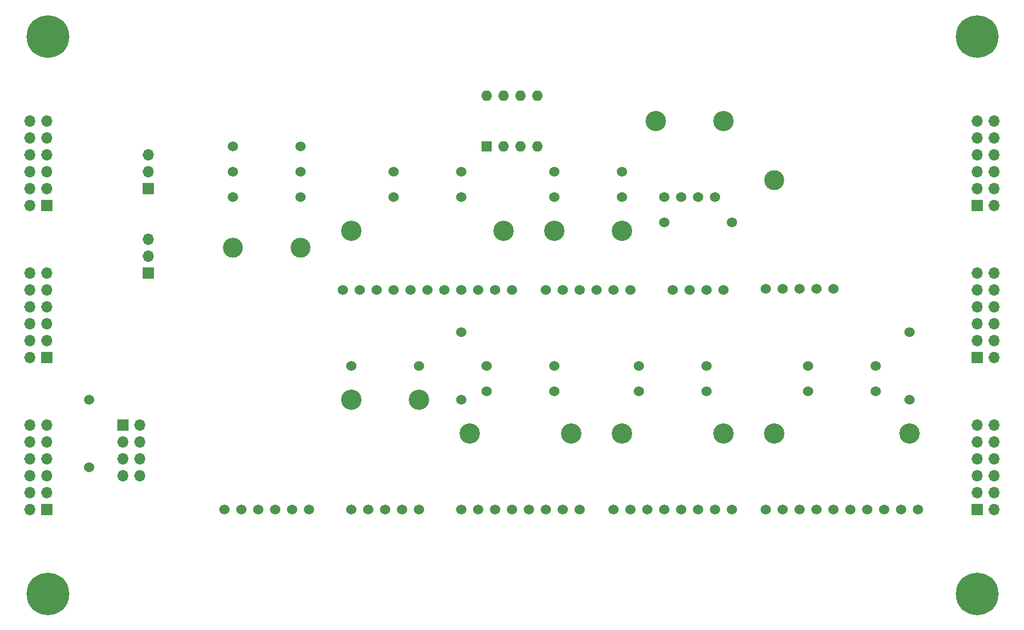
<source format=gbr>
%TF.GenerationSoftware,KiCad,Pcbnew,5.1.10*%
%TF.CreationDate,2021-12-30T14:02:32+01:00*%
%TF.ProjectId,modules_board,6d6f6475-6c65-4735-9f62-6f6172642e6b,rev?*%
%TF.SameCoordinates,Original*%
%TF.FileFunction,Soldermask,Bot*%
%TF.FilePolarity,Negative*%
%FSLAX46Y46*%
G04 Gerber Fmt 4.6, Leading zero omitted, Abs format (unit mm)*
G04 Created by KiCad (PCBNEW 5.1.10) date 2021-12-30 14:02:32*
%MOMM*%
%LPD*%
G01*
G04 APERTURE LIST*
%ADD10C,0.800000*%
%ADD11C,6.400000*%
%ADD12O,1.700000X1.700000*%
%ADD13R,1.700000X1.700000*%
%ADD14C,1.524000*%
%ADD15O,1.600000X1.600000*%
%ADD16R,1.600000X1.600000*%
%ADD17C,3.048000*%
%ADD18C,3.000000*%
G04 APERTURE END LIST*
D10*
%TO.C,H4*%
X204897056Y-130382944D03*
X203200000Y-129680000D03*
X201502944Y-130382944D03*
X200800000Y-132080000D03*
X201502944Y-133777056D03*
X203200000Y-134480000D03*
X204897056Y-133777056D03*
X205600000Y-132080000D03*
D11*
X203200000Y-132080000D03*
%TD*%
D10*
%TO.C,H3*%
X204897056Y-46562944D03*
X203200000Y-45860000D03*
X201502944Y-46562944D03*
X200800000Y-48260000D03*
X201502944Y-49957056D03*
X203200000Y-50660000D03*
X204897056Y-49957056D03*
X205600000Y-48260000D03*
D11*
X203200000Y-48260000D03*
%TD*%
D10*
%TO.C,H2*%
X65337056Y-130382944D03*
X63640000Y-129680000D03*
X61942944Y-130382944D03*
X61240000Y-132080000D03*
X61942944Y-133777056D03*
X63640000Y-134480000D03*
X65337056Y-133777056D03*
X66040000Y-132080000D03*
D11*
X63640000Y-132080000D03*
%TD*%
D10*
%TO.C,H1*%
X65337056Y-46562944D03*
X63640000Y-45860000D03*
X61942944Y-46562944D03*
X61240000Y-48260000D03*
X61942944Y-49957056D03*
X63640000Y-50660000D03*
X65337056Y-49957056D03*
X66040000Y-48260000D03*
D11*
X63640000Y-48260000D03*
%TD*%
D12*
%TO.C,J9*%
X205740000Y-60960000D03*
X203200000Y-60960000D03*
X205740000Y-63500000D03*
X203200000Y-63500000D03*
X205740000Y-66040000D03*
X203200000Y-66040000D03*
X205740000Y-68580000D03*
X203200000Y-68580000D03*
X205740000Y-71120000D03*
X203200000Y-71120000D03*
X205740000Y-73660000D03*
D13*
X203200000Y-73660000D03*
%TD*%
D12*
%TO.C,J8*%
X205740000Y-83820000D03*
X203200000Y-83820000D03*
X205740000Y-86360000D03*
X203200000Y-86360000D03*
X205740000Y-88900000D03*
X203200000Y-88900000D03*
X205740000Y-91440000D03*
X203200000Y-91440000D03*
X205740000Y-93980000D03*
X203200000Y-93980000D03*
X205740000Y-96520000D03*
D13*
X203200000Y-96520000D03*
%TD*%
D12*
%TO.C,J7*%
X205740000Y-106680000D03*
X203200000Y-106680000D03*
X205740000Y-109220000D03*
X203200000Y-109220000D03*
X205740000Y-111760000D03*
X203200000Y-111760000D03*
X205740000Y-114300000D03*
X203200000Y-114300000D03*
X205740000Y-116840000D03*
X203200000Y-116840000D03*
X205740000Y-119380000D03*
D13*
X203200000Y-119380000D03*
%TD*%
D14*
%TO.C,R17*%
X193040000Y-102870000D03*
X193040000Y-92710000D03*
%TD*%
D12*
%TO.C,J6*%
X78740000Y-66040000D03*
X78740000Y-68580000D03*
D13*
X78740000Y-71120000D03*
%TD*%
D12*
%TO.C,J5*%
X78740000Y-78740000D03*
X78740000Y-81280000D03*
D13*
X78740000Y-83820000D03*
%TD*%
D12*
%TO.C,J4*%
X77470000Y-114300000D03*
X74930000Y-114300000D03*
X77470000Y-111760000D03*
X74930000Y-111760000D03*
X77470000Y-109220000D03*
X74930000Y-109220000D03*
X77470000Y-106680000D03*
D13*
X74930000Y-106680000D03*
%TD*%
D14*
%TO.C,R16*%
X139700000Y-101600000D03*
X129540000Y-101600000D03*
%TD*%
%TO.C,R15*%
X125730000Y-68580000D03*
X115570000Y-68580000D03*
%TD*%
%TO.C,R14*%
X187960000Y-97790000D03*
X177800000Y-97790000D03*
%TD*%
%TO.C,R13*%
X149860000Y-68580000D03*
X139700000Y-68580000D03*
%TD*%
%TO.C,R12*%
X162560000Y-97790000D03*
X152400000Y-97790000D03*
%TD*%
%TO.C,R11*%
X125730000Y-102870000D03*
X125730000Y-92710000D03*
%TD*%
%TO.C,R10*%
X101600000Y-68580000D03*
X91440000Y-68580000D03*
%TD*%
%TO.C,R9*%
X187960000Y-101600000D03*
X177800000Y-101600000D03*
%TD*%
%TO.C,R8*%
X101600000Y-72390000D03*
X91440000Y-72390000D03*
%TD*%
%TO.C,R7*%
X125730000Y-72390000D03*
X115570000Y-72390000D03*
%TD*%
%TO.C,R6*%
X139700000Y-97790000D03*
X129540000Y-97790000D03*
%TD*%
%TO.C,R5*%
X109220000Y-97790000D03*
X119380000Y-97790000D03*
%TD*%
%TO.C,R4*%
X91440000Y-64770000D03*
X101600000Y-64770000D03*
%TD*%
%TO.C,R3*%
X149860000Y-72390000D03*
X139700000Y-72390000D03*
%TD*%
%TO.C,R2*%
X69850000Y-113030000D03*
X69850000Y-102870000D03*
%TD*%
%TO.C,R1*%
X162560000Y-101600000D03*
X152400000Y-101600000D03*
%TD*%
D15*
%TO.C,U11*%
X129540000Y-57150000D03*
X137160000Y-64770000D03*
X132080000Y-57150000D03*
X134620000Y-64770000D03*
X134620000Y-57150000D03*
X132080000Y-64770000D03*
X137160000Y-57150000D03*
D16*
X129540000Y-64770000D03*
%TD*%
D12*
%TO.C,J3*%
X60960000Y-60960000D03*
X63500000Y-60960000D03*
X60960000Y-63500000D03*
X63500000Y-63500000D03*
X60960000Y-66040000D03*
X63500000Y-66040000D03*
X60960000Y-68580000D03*
X63500000Y-68580000D03*
X60960000Y-71120000D03*
X63500000Y-71120000D03*
X60960000Y-73660000D03*
D13*
X63500000Y-73660000D03*
%TD*%
D12*
%TO.C,J2*%
X60960000Y-83820000D03*
X63500000Y-83820000D03*
X60960000Y-86360000D03*
X63500000Y-86360000D03*
X60960000Y-88900000D03*
X63500000Y-88900000D03*
X60960000Y-91440000D03*
X63500000Y-91440000D03*
X60960000Y-93980000D03*
X63500000Y-93980000D03*
X60960000Y-96520000D03*
D13*
X63500000Y-96520000D03*
%TD*%
D12*
%TO.C,J1*%
X60960000Y-106680000D03*
X63500000Y-106680000D03*
X60960000Y-109220000D03*
X63500000Y-109220000D03*
X60960000Y-111760000D03*
X63500000Y-111760000D03*
X60960000Y-114300000D03*
X63500000Y-114300000D03*
X60960000Y-116840000D03*
X63500000Y-116840000D03*
X60960000Y-119380000D03*
D13*
X63500000Y-119380000D03*
%TD*%
D17*
%TO.C,U10*%
X132080000Y-77470000D03*
X109220000Y-77470000D03*
D14*
X133350000Y-86360000D03*
X130810000Y-86360000D03*
X128270000Y-86360000D03*
X125730000Y-86360000D03*
X123190000Y-86360000D03*
X120650000Y-86360000D03*
X118110000Y-86360000D03*
X115570000Y-86360000D03*
X113030000Y-86360000D03*
X110490000Y-86360000D03*
X107950000Y-86360000D03*
%TD*%
D17*
%TO.C,U6*%
X142240000Y-107950000D03*
X127000000Y-107950000D03*
D14*
X143510000Y-119380000D03*
X140970000Y-119380000D03*
X138430000Y-119380000D03*
X135890000Y-119380000D03*
X133350000Y-119380000D03*
X130810000Y-119380000D03*
X128270000Y-119380000D03*
X125730000Y-119380000D03*
%TD*%
%TO.C,U9*%
X194310000Y-119380000D03*
X191770000Y-119380000D03*
D17*
X193040000Y-107950000D03*
X172720000Y-107950000D03*
D14*
X189230000Y-119380000D03*
X186690000Y-119380000D03*
X184150000Y-119380000D03*
X181610000Y-119380000D03*
X179070000Y-119380000D03*
X176530000Y-119380000D03*
X173990000Y-119380000D03*
X171450000Y-119380000D03*
%TD*%
D17*
%TO.C,U8*%
X149860000Y-77470000D03*
X139700000Y-77470000D03*
D14*
X151130000Y-86360000D03*
X148590000Y-86360000D03*
X146050000Y-86360000D03*
X143510000Y-86360000D03*
X140970000Y-86360000D03*
X138430000Y-86360000D03*
%TD*%
D17*
%TO.C,U7*%
X165100000Y-107950000D03*
X149860000Y-107950000D03*
D14*
X166370000Y-119380000D03*
X163830000Y-119380000D03*
X161290000Y-119380000D03*
X158750000Y-119380000D03*
X156210000Y-119380000D03*
X153670000Y-119380000D03*
X151130000Y-119380000D03*
X148590000Y-119380000D03*
%TD*%
D18*
%TO.C,U5*%
X101600000Y-80010000D03*
X91440000Y-80010000D03*
D14*
X102870000Y-119380000D03*
X100330000Y-119380000D03*
X97790000Y-119380000D03*
X95250000Y-119380000D03*
X92710000Y-119380000D03*
X90170000Y-119380000D03*
%TD*%
%TO.C,U4*%
X166370000Y-76200000D03*
X156210000Y-76200000D03*
X165100000Y-86360000D03*
X162560000Y-86360000D03*
X160020000Y-86360000D03*
X157480000Y-86360000D03*
%TD*%
D17*
%TO.C,U3*%
X165100000Y-60960000D03*
X154940000Y-60960000D03*
D14*
X156210000Y-72390000D03*
X163830000Y-72390000D03*
X161290000Y-72390000D03*
X158750000Y-72390000D03*
%TD*%
D17*
%TO.C,U2*%
X119380000Y-102870000D03*
X109220000Y-102870000D03*
D14*
X119380000Y-119380000D03*
X116840000Y-119380000D03*
X114300000Y-119380000D03*
X111760000Y-119380000D03*
X109220000Y-119380000D03*
%TD*%
D18*
%TO.C,U1*%
X172720000Y-69850000D03*
D14*
X181610000Y-86250000D03*
X179070000Y-86250000D03*
X176530000Y-86250000D03*
X173990000Y-86250000D03*
X171450000Y-86250000D03*
%TD*%
M02*

</source>
